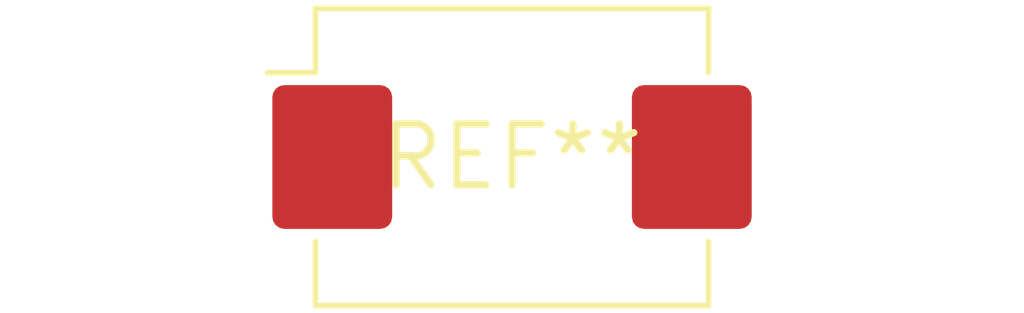
<source format=kicad_pcb>
(kicad_pcb (version 20240108) (generator pcbnew)
  (layers (0 "F.Cu" signal) (31 "B.Cu" signal) (34 "B.Paste" user) (35 "F.Paste" user) (36 "B.SilkS" user "B.Silkscreen") (37 "F.SilkS" user "F.Silkscreen") (38 "B.Mask" user) (39 "F.Mask" user) (44 "Edge.Cuts" user))
  (net 0 "")
  (footprint "Varistor_Panasonic_VF" (layer "F.Cu") (at 0 0)
    (property "Reference" "REF**")
    (property "Value" "Varistor_Panasonic_VF")
    (fp_line (start -4.1 -3.1) (end 4.1 -3.1) (layer "F.SilkS") (stroke (width 0.12)))
    (fp_line (start -4.1 -1.76) (end -5.1 -1.76) (layer "F.SilkS") (stroke (width 0.12)))
    (fp_line (start -4.1 -1.76) (end -4.1 -3.1) (layer "F.SilkS") (stroke (width 0.12)))
    (fp_line (start -4.1 1.76) (end -4.1 3.1) (layer "F.SilkS") (stroke (width 0.12)))
    (fp_line (start -4.1 3.1) (end 4.1 3.1) (layer "F.SilkS") (stroke (width 0.12)))
    (fp_line (start 4.1 -3.1) (end 4.1 -1.76) (layer "F.SilkS") (stroke (width 0.12)))
    (fp_line (start 4.1 3.1) (end 4.1 1.76) (layer "F.SilkS") (stroke (width 0.12)))
    (pad "1" smd roundrect (at -3.75 0) (size 2.5 3) (layers "F.Cu" "F.Paste" "F.Mask") (roundrect_rratio 0.1))
    (pad "2" smd roundrect (at 3.75 0) (size 2.5 3) (layers "F.Cu" "F.Paste" "F.Mask") (roundrect_rratio 0.1))
  )
)
</source>
